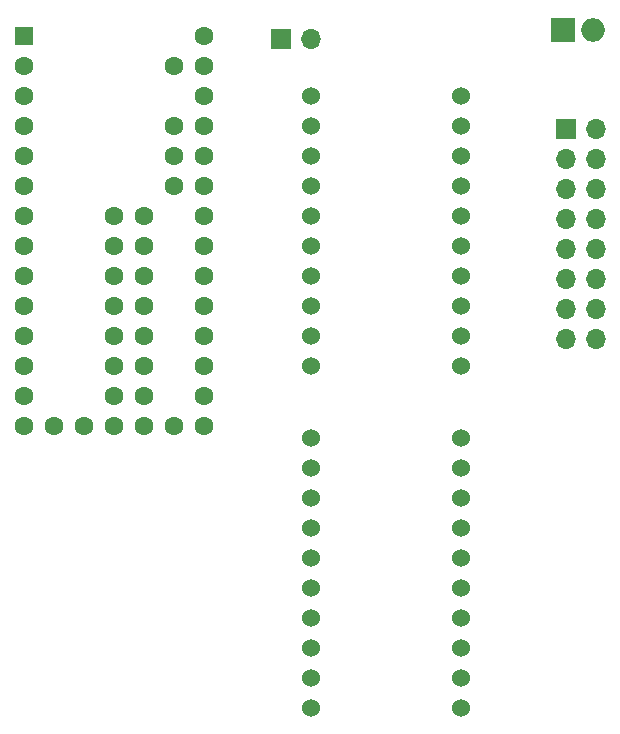
<source format=gts>
G04 #@! TF.FileFunction,Soldermask,Top*
%FSLAX46Y46*%
G04 Gerber Fmt 4.6, Leading zero omitted, Abs format (unit mm)*
G04 Created by KiCad (PCBNEW 4.0.5) date Saturday, 14 January 2017 'PMt' 15:43:45*
%MOMM*%
%LPD*%
G01*
G04 APERTURE LIST*
%ADD10C,0.100000*%
%ADD11O,1.998980X1.998980*%
%ADD12R,1.998980X1.998980*%
%ADD13R,1.700000X1.700000*%
%ADD14O,1.700000X1.700000*%
%ADD15C,1.600000*%
%ADD16R,1.600000X1.600000*%
%ADD17C,1.524000*%
G04 APERTURE END LIST*
D10*
D11*
X158496000Y-77978000D03*
D12*
X155956000Y-77978000D03*
D13*
X132080000Y-78740000D03*
D14*
X134620000Y-78740000D03*
D13*
X156210000Y-86360000D03*
D14*
X158750000Y-86360000D03*
X156210000Y-88900000D03*
X158750000Y-88900000D03*
X156210000Y-91440000D03*
X158750000Y-91440000D03*
X156210000Y-93980000D03*
X158750000Y-93980000D03*
X156210000Y-96520000D03*
X158750000Y-96520000D03*
X156210000Y-99060000D03*
X158750000Y-99060000D03*
X156210000Y-101600000D03*
X158750000Y-101600000D03*
X156210000Y-104140000D03*
X158750000Y-104140000D03*
D15*
X118000000Y-111510000D03*
X120540000Y-111510000D03*
X123080000Y-111510000D03*
X125620000Y-111510000D03*
X115460000Y-111510000D03*
X112920000Y-111510000D03*
X110380000Y-111510000D03*
X125620000Y-108970000D03*
X125620000Y-106430000D03*
X125620000Y-103890000D03*
X125620000Y-101350000D03*
X125620000Y-98810000D03*
X125620000Y-96270000D03*
X125620000Y-93730000D03*
X125620000Y-91190000D03*
X125620000Y-88650000D03*
X125620000Y-86110000D03*
X125620000Y-83570000D03*
X125620000Y-81030000D03*
X125620000Y-78490000D03*
X123080000Y-81030000D03*
X123080000Y-86110000D03*
X123080000Y-88650000D03*
X123080000Y-91190000D03*
X110380000Y-108970000D03*
X110380000Y-106430000D03*
X110380000Y-103890000D03*
X110380000Y-101350000D03*
X110380000Y-98810000D03*
X110380000Y-96270000D03*
X110380000Y-93730000D03*
X110380000Y-91190000D03*
X110380000Y-88650000D03*
X110380000Y-86110000D03*
X110380000Y-83570000D03*
X110380000Y-81030000D03*
D16*
X110380000Y-78490000D03*
D15*
X118000000Y-93730000D03*
X118000000Y-96270000D03*
X118000000Y-98810000D03*
X118000000Y-101350000D03*
X118000000Y-103890000D03*
X118000000Y-106430000D03*
X118000000Y-108970000D03*
X120540000Y-108970000D03*
X120540000Y-106430000D03*
X120540000Y-103890000D03*
X120540000Y-101350000D03*
X120540000Y-98810000D03*
X120540000Y-96270000D03*
X120540000Y-93730000D03*
D17*
X147320000Y-112522000D03*
X147320000Y-115062000D03*
X147320000Y-117602000D03*
X147320000Y-120142000D03*
X147320000Y-122682000D03*
X147320000Y-125222000D03*
X147320000Y-127762000D03*
X147320000Y-130302000D03*
X147320000Y-132842000D03*
X147320000Y-135382000D03*
X134620000Y-112522000D03*
X134620000Y-115062000D03*
X134620000Y-117602000D03*
X134620000Y-120142000D03*
X134620000Y-122682000D03*
X134620000Y-125222000D03*
X134620000Y-127762000D03*
X134620000Y-130302000D03*
X134620000Y-132842000D03*
X134620000Y-135382000D03*
X147320000Y-83566000D03*
X147320000Y-86106000D03*
X147320000Y-88646000D03*
X147320000Y-91186000D03*
X147320000Y-93726000D03*
X147320000Y-96266000D03*
X147320000Y-98806000D03*
X147320000Y-101346000D03*
X147320000Y-103886000D03*
X147320000Y-106426000D03*
X134620000Y-83566000D03*
X134620000Y-86106000D03*
X134620000Y-88646000D03*
X134620000Y-91186000D03*
X134620000Y-93726000D03*
X134620000Y-96266000D03*
X134620000Y-98806000D03*
X134620000Y-101346000D03*
X134620000Y-103886000D03*
X134620000Y-106426000D03*
M02*

</source>
